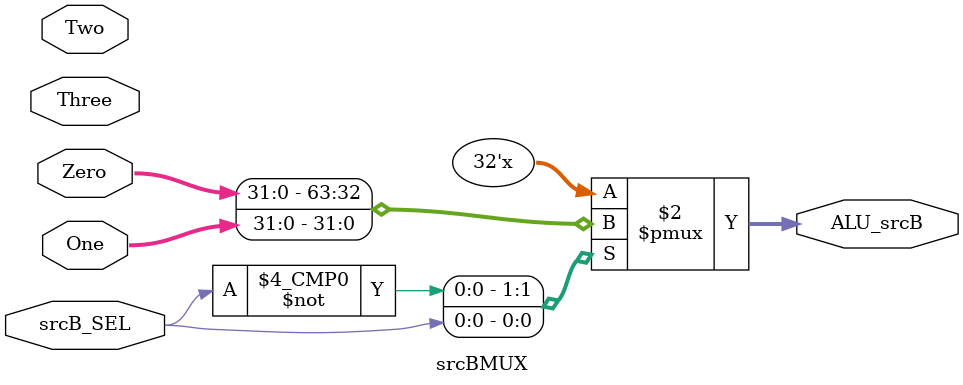
<source format=sv>
`timescale 1ns / 1ps


module srcBMUX(
    input srcB_SEL,                             //Originally 3 bits now 1
    input [31:0] Zero,
    input [31:0] One,
    input [31:0] Two,
    input [31:0] Three,
    output logic [31:0] ALU_srcB
    );
    
    always_comb begin
        case (srcB_SEL)
            1'b0:
                ALU_srcB = Zero;
            1'b1:
                ALU_srcB = One;
            /*3'b010:
                ALU_srcB = Two;
            3'b011:
                ALU_srcB = Three;*/
            default:
                ALU_srcB = 32'h0badbad0;
        endcase
   end
endmodule
</source>
